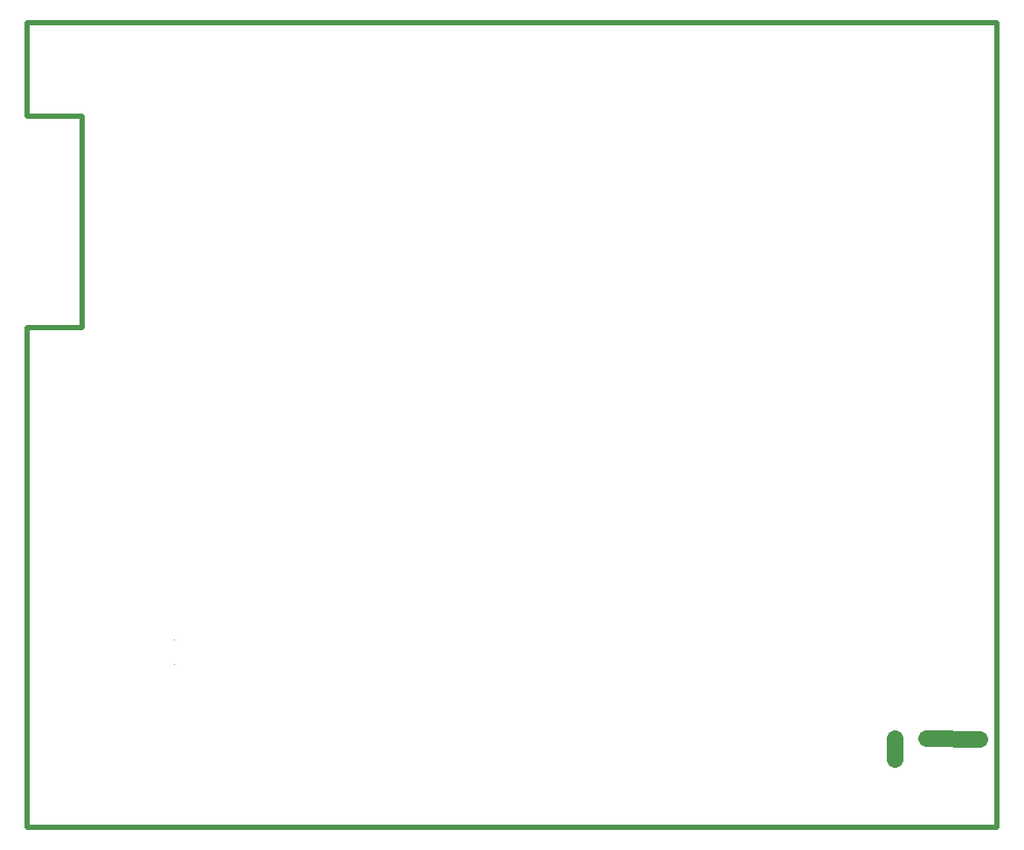
<source format=gm1>
G04*
G04 #@! TF.GenerationSoftware,Altium Limited,Altium Designer,19.0.12 (326)*
G04*
G04 Layer_Color=16711935*
%FSLAX25Y25*%
%MOIN*%
G70*
G01*
G75*
%ADD149C,0.02000*%
%ADD168C,0.06250*%
%ADD169C,0.00200*%
D149*
X-100Y190500D02*
X0Y0D01*
X-100Y190500D02*
X20900D01*
Y271200D01*
X-100Y271300D02*
X20900Y271200D01*
X-100Y271300D02*
X0Y307087D01*
X370079D02*
X370079Y0D01*
X0D02*
X370079D01*
X0Y307087D02*
X370079D01*
D168*
X330820Y25800D02*
Y33800D01*
X342800D02*
X363400Y33700D01*
D169*
X55924Y71554D02*
X55924Y71554D01*
Y62106D02*
X55948D01*
M02*

</source>
